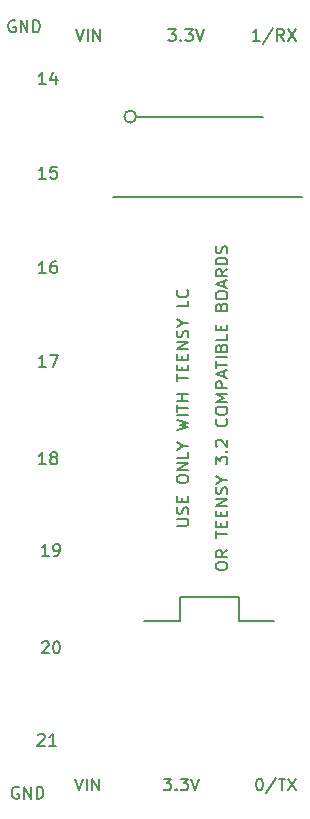
<source format=gto>
%TF.GenerationSoftware,KiCad,Pcbnew,4.0.5-e0-6337~49~ubuntu16.04.1*%
%TF.CreationDate,2017-02-14T00:46:06-08:00*%
%TF.ProjectId,4x10-Teensy-LC-Breakout,347831302D5465656E73792D4C432D42,1.0*%
%TF.FileFunction,Legend,Top*%
%FSLAX46Y46*%
G04 Gerber Fmt 4.6, Leading zero omitted, Abs format (unit mm)*
G04 Created by KiCad (PCBNEW 4.0.5-e0-6337~49~ubuntu16.04.1) date Tue Feb 14 00:46:06 2017*
%MOMM*%
%LPD*%
G01*
G04 APERTURE LIST*
%ADD10C,0.350000*%
%ADD11C,0.152400*%
%ADD12C,0.127000*%
%ADD13C,0.150000*%
%ADD14C,0.318000*%
%ADD15C,0.254000*%
%ADD16C,1.879600*%
%ADD17C,6.152400*%
G04 APERTURE END LIST*
D10*
D11*
X36189920Y-74284840D02*
X46857920Y-74284840D01*
X36127353Y-74284840D02*
G75*
G03X36127353Y-74284840I-508933J0D01*
G01*
D12*
X34124920Y-81076280D02*
X50124920Y-81076280D01*
X44824920Y-114977280D02*
X39824920Y-114977280D01*
X44824920Y-116977280D02*
X44824920Y-114977280D01*
X44824920Y-116977280D02*
X47824920Y-116977280D01*
X39824920Y-116977280D02*
X39824920Y-114977280D01*
X39824920Y-116977280D02*
X39824920Y-114977280D01*
X36824920Y-116977280D02*
X39824920Y-116977280D01*
X36824920Y-116977280D02*
X39824920Y-116977280D01*
D13*
X31029682Y-66874141D02*
X31363015Y-67874141D01*
X31696349Y-66874141D01*
X32029682Y-67874141D02*
X32029682Y-66874141D01*
X32505872Y-67874141D02*
X32505872Y-66874141D01*
X33077301Y-67874141D01*
X33077301Y-66874141D01*
X42848301Y-112420662D02*
X42848301Y-112230185D01*
X42895920Y-112134947D01*
X42991158Y-112039709D01*
X43181634Y-111992090D01*
X43514968Y-111992090D01*
X43705444Y-112039709D01*
X43800682Y-112134947D01*
X43848301Y-112230185D01*
X43848301Y-112420662D01*
X43800682Y-112515900D01*
X43705444Y-112611138D01*
X43514968Y-112658757D01*
X43181634Y-112658757D01*
X42991158Y-112611138D01*
X42895920Y-112515900D01*
X42848301Y-112420662D01*
X43848301Y-110992090D02*
X43372110Y-111325424D01*
X43848301Y-111563519D02*
X42848301Y-111563519D01*
X42848301Y-111182566D01*
X42895920Y-111087328D01*
X42943539Y-111039709D01*
X43038777Y-110992090D01*
X43181634Y-110992090D01*
X43276872Y-111039709D01*
X43324491Y-111087328D01*
X43372110Y-111182566D01*
X43372110Y-111563519D01*
X42848301Y-109944471D02*
X42848301Y-109373042D01*
X43848301Y-109658757D02*
X42848301Y-109658757D01*
X43324491Y-109039709D02*
X43324491Y-108706375D01*
X43848301Y-108563518D02*
X43848301Y-109039709D01*
X42848301Y-109039709D01*
X42848301Y-108563518D01*
X43324491Y-108134947D02*
X43324491Y-107801613D01*
X43848301Y-107658756D02*
X43848301Y-108134947D01*
X42848301Y-108134947D01*
X42848301Y-107658756D01*
X43848301Y-107230185D02*
X42848301Y-107230185D01*
X43848301Y-106658756D01*
X42848301Y-106658756D01*
X43800682Y-106230185D02*
X43848301Y-106087328D01*
X43848301Y-105849232D01*
X43800682Y-105753994D01*
X43753063Y-105706375D01*
X43657825Y-105658756D01*
X43562587Y-105658756D01*
X43467349Y-105706375D01*
X43419730Y-105753994D01*
X43372110Y-105849232D01*
X43324491Y-106039709D01*
X43276872Y-106134947D01*
X43229253Y-106182566D01*
X43134015Y-106230185D01*
X43038777Y-106230185D01*
X42943539Y-106182566D01*
X42895920Y-106134947D01*
X42848301Y-106039709D01*
X42848301Y-105801613D01*
X42895920Y-105658756D01*
X43372110Y-105039709D02*
X43848301Y-105039709D01*
X42848301Y-105373042D02*
X43372110Y-105039709D01*
X42848301Y-104706375D01*
X42848301Y-103706375D02*
X42848301Y-103087327D01*
X43229253Y-103420661D01*
X43229253Y-103277803D01*
X43276872Y-103182565D01*
X43324491Y-103134946D01*
X43419730Y-103087327D01*
X43657825Y-103087327D01*
X43753063Y-103134946D01*
X43800682Y-103182565D01*
X43848301Y-103277803D01*
X43848301Y-103563518D01*
X43800682Y-103658756D01*
X43753063Y-103706375D01*
X43753063Y-102658756D02*
X43800682Y-102611137D01*
X43848301Y-102658756D01*
X43800682Y-102706375D01*
X43753063Y-102658756D01*
X43848301Y-102658756D01*
X42943539Y-102230185D02*
X42895920Y-102182566D01*
X42848301Y-102087328D01*
X42848301Y-101849232D01*
X42895920Y-101753994D01*
X42943539Y-101706375D01*
X43038777Y-101658756D01*
X43134015Y-101658756D01*
X43276872Y-101706375D01*
X43848301Y-102277804D01*
X43848301Y-101658756D01*
X43753063Y-99896851D02*
X43800682Y-99944470D01*
X43848301Y-100087327D01*
X43848301Y-100182565D01*
X43800682Y-100325423D01*
X43705444Y-100420661D01*
X43610206Y-100468280D01*
X43419730Y-100515899D01*
X43276872Y-100515899D01*
X43086396Y-100468280D01*
X42991158Y-100420661D01*
X42895920Y-100325423D01*
X42848301Y-100182565D01*
X42848301Y-100087327D01*
X42895920Y-99944470D01*
X42943539Y-99896851D01*
X42848301Y-99277804D02*
X42848301Y-99087327D01*
X42895920Y-98992089D01*
X42991158Y-98896851D01*
X43181634Y-98849232D01*
X43514968Y-98849232D01*
X43705444Y-98896851D01*
X43800682Y-98992089D01*
X43848301Y-99087327D01*
X43848301Y-99277804D01*
X43800682Y-99373042D01*
X43705444Y-99468280D01*
X43514968Y-99515899D01*
X43181634Y-99515899D01*
X42991158Y-99468280D01*
X42895920Y-99373042D01*
X42848301Y-99277804D01*
X43848301Y-98420661D02*
X42848301Y-98420661D01*
X43562587Y-98087327D01*
X42848301Y-97753994D01*
X43848301Y-97753994D01*
X43848301Y-97277804D02*
X42848301Y-97277804D01*
X42848301Y-96896851D01*
X42895920Y-96801613D01*
X42943539Y-96753994D01*
X43038777Y-96706375D01*
X43181634Y-96706375D01*
X43276872Y-96753994D01*
X43324491Y-96801613D01*
X43372110Y-96896851D01*
X43372110Y-97277804D01*
X43562587Y-96325423D02*
X43562587Y-95849232D01*
X43848301Y-96420661D02*
X42848301Y-96087328D01*
X43848301Y-95753994D01*
X42848301Y-95563518D02*
X42848301Y-94992089D01*
X43848301Y-95277804D02*
X42848301Y-95277804D01*
X43848301Y-94658756D02*
X42848301Y-94658756D01*
X43324491Y-93849232D02*
X43372110Y-93706375D01*
X43419730Y-93658756D01*
X43514968Y-93611137D01*
X43657825Y-93611137D01*
X43753063Y-93658756D01*
X43800682Y-93706375D01*
X43848301Y-93801613D01*
X43848301Y-94182566D01*
X42848301Y-94182566D01*
X42848301Y-93849232D01*
X42895920Y-93753994D01*
X42943539Y-93706375D01*
X43038777Y-93658756D01*
X43134015Y-93658756D01*
X43229253Y-93706375D01*
X43276872Y-93753994D01*
X43324491Y-93849232D01*
X43324491Y-94182566D01*
X43848301Y-92706375D02*
X43848301Y-93182566D01*
X42848301Y-93182566D01*
X43324491Y-92373042D02*
X43324491Y-92039708D01*
X43848301Y-91896851D02*
X43848301Y-92373042D01*
X42848301Y-92373042D01*
X42848301Y-91896851D01*
X43324491Y-90373041D02*
X43372110Y-90230184D01*
X43419730Y-90182565D01*
X43514968Y-90134946D01*
X43657825Y-90134946D01*
X43753063Y-90182565D01*
X43800682Y-90230184D01*
X43848301Y-90325422D01*
X43848301Y-90706375D01*
X42848301Y-90706375D01*
X42848301Y-90373041D01*
X42895920Y-90277803D01*
X42943539Y-90230184D01*
X43038777Y-90182565D01*
X43134015Y-90182565D01*
X43229253Y-90230184D01*
X43276872Y-90277803D01*
X43324491Y-90373041D01*
X43324491Y-90706375D01*
X42848301Y-89515899D02*
X42848301Y-89325422D01*
X42895920Y-89230184D01*
X42991158Y-89134946D01*
X43181634Y-89087327D01*
X43514968Y-89087327D01*
X43705444Y-89134946D01*
X43800682Y-89230184D01*
X43848301Y-89325422D01*
X43848301Y-89515899D01*
X43800682Y-89611137D01*
X43705444Y-89706375D01*
X43514968Y-89753994D01*
X43181634Y-89753994D01*
X42991158Y-89706375D01*
X42895920Y-89611137D01*
X42848301Y-89515899D01*
X43562587Y-88706375D02*
X43562587Y-88230184D01*
X43848301Y-88801613D02*
X42848301Y-88468280D01*
X43848301Y-88134946D01*
X43848301Y-87230184D02*
X43372110Y-87563518D01*
X43848301Y-87801613D02*
X42848301Y-87801613D01*
X42848301Y-87420660D01*
X42895920Y-87325422D01*
X42943539Y-87277803D01*
X43038777Y-87230184D01*
X43181634Y-87230184D01*
X43276872Y-87277803D01*
X43324491Y-87325422D01*
X43372110Y-87420660D01*
X43372110Y-87801613D01*
X43848301Y-86801613D02*
X42848301Y-86801613D01*
X42848301Y-86563518D01*
X42895920Y-86420660D01*
X42991158Y-86325422D01*
X43086396Y-86277803D01*
X43276872Y-86230184D01*
X43419730Y-86230184D01*
X43610206Y-86277803D01*
X43705444Y-86325422D01*
X43800682Y-86420660D01*
X43848301Y-86563518D01*
X43848301Y-86801613D01*
X43800682Y-85849232D02*
X43848301Y-85706375D01*
X43848301Y-85468279D01*
X43800682Y-85373041D01*
X43753063Y-85325422D01*
X43657825Y-85277803D01*
X43562587Y-85277803D01*
X43467349Y-85325422D01*
X43419730Y-85373041D01*
X43372110Y-85468279D01*
X43324491Y-85658756D01*
X43276872Y-85753994D01*
X43229253Y-85801613D01*
X43134015Y-85849232D01*
X43038777Y-85849232D01*
X42943539Y-85801613D01*
X42895920Y-85753994D01*
X42848301Y-85658756D01*
X42848301Y-85420660D01*
X42895920Y-85277803D01*
X39546301Y-108920662D02*
X40355825Y-108920662D01*
X40451063Y-108873043D01*
X40498682Y-108825424D01*
X40546301Y-108730186D01*
X40546301Y-108539709D01*
X40498682Y-108444471D01*
X40451063Y-108396852D01*
X40355825Y-108349233D01*
X39546301Y-108349233D01*
X40498682Y-107920662D02*
X40546301Y-107777805D01*
X40546301Y-107539709D01*
X40498682Y-107444471D01*
X40451063Y-107396852D01*
X40355825Y-107349233D01*
X40260587Y-107349233D01*
X40165349Y-107396852D01*
X40117730Y-107444471D01*
X40070110Y-107539709D01*
X40022491Y-107730186D01*
X39974872Y-107825424D01*
X39927253Y-107873043D01*
X39832015Y-107920662D01*
X39736777Y-107920662D01*
X39641539Y-107873043D01*
X39593920Y-107825424D01*
X39546301Y-107730186D01*
X39546301Y-107492090D01*
X39593920Y-107349233D01*
X40022491Y-106920662D02*
X40022491Y-106587328D01*
X40546301Y-106444471D02*
X40546301Y-106920662D01*
X39546301Y-106920662D01*
X39546301Y-106444471D01*
X39546301Y-105063519D02*
X39546301Y-104873042D01*
X39593920Y-104777804D01*
X39689158Y-104682566D01*
X39879634Y-104634947D01*
X40212968Y-104634947D01*
X40403444Y-104682566D01*
X40498682Y-104777804D01*
X40546301Y-104873042D01*
X40546301Y-105063519D01*
X40498682Y-105158757D01*
X40403444Y-105253995D01*
X40212968Y-105301614D01*
X39879634Y-105301614D01*
X39689158Y-105253995D01*
X39593920Y-105158757D01*
X39546301Y-105063519D01*
X40546301Y-104206376D02*
X39546301Y-104206376D01*
X40546301Y-103634947D01*
X39546301Y-103634947D01*
X40546301Y-102682566D02*
X40546301Y-103158757D01*
X39546301Y-103158757D01*
X40070110Y-102158757D02*
X40546301Y-102158757D01*
X39546301Y-102492090D02*
X40070110Y-102158757D01*
X39546301Y-101825423D01*
X39546301Y-100825423D02*
X40546301Y-100587328D01*
X39832015Y-100396851D01*
X40546301Y-100206375D01*
X39546301Y-99968280D01*
X40546301Y-99587328D02*
X39546301Y-99587328D01*
X39546301Y-99253995D02*
X39546301Y-98682566D01*
X40546301Y-98968281D02*
X39546301Y-98968281D01*
X40546301Y-98349233D02*
X39546301Y-98349233D01*
X40022491Y-98349233D02*
X40022491Y-97777804D01*
X40546301Y-97777804D02*
X39546301Y-97777804D01*
X39546301Y-96682566D02*
X39546301Y-96111137D01*
X40546301Y-96396852D02*
X39546301Y-96396852D01*
X40022491Y-95777804D02*
X40022491Y-95444470D01*
X40546301Y-95301613D02*
X40546301Y-95777804D01*
X39546301Y-95777804D01*
X39546301Y-95301613D01*
X40022491Y-94873042D02*
X40022491Y-94539708D01*
X40546301Y-94396851D02*
X40546301Y-94873042D01*
X39546301Y-94873042D01*
X39546301Y-94396851D01*
X40546301Y-93968280D02*
X39546301Y-93968280D01*
X40546301Y-93396851D01*
X39546301Y-93396851D01*
X40498682Y-92968280D02*
X40546301Y-92825423D01*
X40546301Y-92587327D01*
X40498682Y-92492089D01*
X40451063Y-92444470D01*
X40355825Y-92396851D01*
X40260587Y-92396851D01*
X40165349Y-92444470D01*
X40117730Y-92492089D01*
X40070110Y-92587327D01*
X40022491Y-92777804D01*
X39974872Y-92873042D01*
X39927253Y-92920661D01*
X39832015Y-92968280D01*
X39736777Y-92968280D01*
X39641539Y-92920661D01*
X39593920Y-92873042D01*
X39546301Y-92777804D01*
X39546301Y-92539708D01*
X39593920Y-92396851D01*
X40070110Y-91777804D02*
X40546301Y-91777804D01*
X39546301Y-92111137D02*
X40070110Y-91777804D01*
X39546301Y-91444470D01*
X40546301Y-89873041D02*
X40546301Y-90349232D01*
X39546301Y-90349232D01*
X40451063Y-88968279D02*
X40498682Y-89015898D01*
X40546301Y-89158755D01*
X40546301Y-89253993D01*
X40498682Y-89396851D01*
X40403444Y-89492089D01*
X40308206Y-89539708D01*
X40117730Y-89587327D01*
X39974872Y-89587327D01*
X39784396Y-89539708D01*
X39689158Y-89492089D01*
X39593920Y-89396851D01*
X39546301Y-89253993D01*
X39546301Y-89158755D01*
X39593920Y-89015898D01*
X39641539Y-88968279D01*
X28474444Y-103718661D02*
X27903015Y-103718661D01*
X28188729Y-103718661D02*
X28188729Y-102718661D01*
X28093491Y-102861518D01*
X27998253Y-102956756D01*
X27903015Y-103004375D01*
X29045872Y-103147232D02*
X28950634Y-103099613D01*
X28903015Y-103051994D01*
X28855396Y-102956756D01*
X28855396Y-102909137D01*
X28903015Y-102813899D01*
X28950634Y-102766280D01*
X29045872Y-102718661D01*
X29236349Y-102718661D01*
X29331587Y-102766280D01*
X29379206Y-102813899D01*
X29426825Y-102909137D01*
X29426825Y-102956756D01*
X29379206Y-103051994D01*
X29331587Y-103099613D01*
X29236349Y-103147232D01*
X29045872Y-103147232D01*
X28950634Y-103194851D01*
X28903015Y-103242470D01*
X28855396Y-103337709D01*
X28855396Y-103528185D01*
X28903015Y-103623423D01*
X28950634Y-103671042D01*
X29045872Y-103718661D01*
X29236349Y-103718661D01*
X29331587Y-103671042D01*
X29379206Y-103623423D01*
X29426825Y-103528185D01*
X29426825Y-103337709D01*
X29379206Y-103242470D01*
X29331587Y-103194851D01*
X29236349Y-103147232D01*
X28474444Y-95468661D02*
X27903015Y-95468661D01*
X28188729Y-95468661D02*
X28188729Y-94468661D01*
X28093491Y-94611518D01*
X27998253Y-94706756D01*
X27903015Y-94754375D01*
X28807777Y-94468661D02*
X29474444Y-94468661D01*
X29045872Y-95468661D01*
X28153015Y-118813899D02*
X28200634Y-118766280D01*
X28295872Y-118718661D01*
X28533968Y-118718661D01*
X28629206Y-118766280D01*
X28676825Y-118813899D01*
X28724444Y-118909137D01*
X28724444Y-119004375D01*
X28676825Y-119147232D01*
X28105396Y-119718661D01*
X28724444Y-119718661D01*
X29343491Y-118718661D02*
X29438730Y-118718661D01*
X29533968Y-118766280D01*
X29581587Y-118813899D01*
X29629206Y-118909137D01*
X29676825Y-119099613D01*
X29676825Y-119337709D01*
X29629206Y-119528185D01*
X29581587Y-119623423D01*
X29533968Y-119671042D01*
X29438730Y-119718661D01*
X29343491Y-119718661D01*
X29248253Y-119671042D01*
X29200634Y-119623423D01*
X29153015Y-119528185D01*
X29105396Y-119337709D01*
X29105396Y-119099613D01*
X29153015Y-118909137D01*
X29200634Y-118813899D01*
X29248253Y-118766280D01*
X29343491Y-118718661D01*
X28724444Y-111468661D02*
X28153015Y-111468661D01*
X28438729Y-111468661D02*
X28438729Y-110468661D01*
X28343491Y-110611518D01*
X28248253Y-110706756D01*
X28153015Y-110754375D01*
X29200634Y-111468661D02*
X29391110Y-111468661D01*
X29486349Y-111421042D01*
X29533968Y-111373423D01*
X29629206Y-111230566D01*
X29676825Y-111040090D01*
X29676825Y-110659137D01*
X29629206Y-110563899D01*
X29581587Y-110516280D01*
X29486349Y-110468661D01*
X29295872Y-110468661D01*
X29200634Y-110516280D01*
X29153015Y-110563899D01*
X29105396Y-110659137D01*
X29105396Y-110897232D01*
X29153015Y-110992470D01*
X29200634Y-111040090D01*
X29295872Y-111087709D01*
X29486349Y-111087709D01*
X29581587Y-111040090D01*
X29629206Y-110992470D01*
X29676825Y-110897232D01*
X27808015Y-126628899D02*
X27855634Y-126581280D01*
X27950872Y-126533661D01*
X28188968Y-126533661D01*
X28284206Y-126581280D01*
X28331825Y-126628899D01*
X28379444Y-126724137D01*
X28379444Y-126819375D01*
X28331825Y-126962232D01*
X27760396Y-127533661D01*
X28379444Y-127533661D01*
X29331825Y-127533661D02*
X28760396Y-127533661D01*
X29046110Y-127533661D02*
X29046110Y-126533661D01*
X28950872Y-126676518D01*
X28855634Y-126771756D01*
X28760396Y-126819375D01*
X26163016Y-131076280D02*
X26067778Y-131028661D01*
X25924921Y-131028661D01*
X25782063Y-131076280D01*
X25686825Y-131171518D01*
X25639206Y-131266756D01*
X25591587Y-131457232D01*
X25591587Y-131600090D01*
X25639206Y-131790566D01*
X25686825Y-131885804D01*
X25782063Y-131981042D01*
X25924921Y-132028661D01*
X26020159Y-132028661D01*
X26163016Y-131981042D01*
X26210635Y-131933423D01*
X26210635Y-131600090D01*
X26020159Y-131600090D01*
X26639206Y-132028661D02*
X26639206Y-131028661D01*
X27210635Y-132028661D01*
X27210635Y-131028661D01*
X27686825Y-132028661D02*
X27686825Y-131028661D01*
X27924920Y-131028661D01*
X28067778Y-131076280D01*
X28163016Y-131171518D01*
X28210635Y-131266756D01*
X28258254Y-131457232D01*
X28258254Y-131600090D01*
X28210635Y-131790566D01*
X28163016Y-131885804D01*
X28067778Y-131981042D01*
X27924920Y-132028661D01*
X27686825Y-132028661D01*
X30929682Y-130328661D02*
X31263015Y-131328661D01*
X31596349Y-130328661D01*
X31929682Y-131328661D02*
X31929682Y-130328661D01*
X32405872Y-131328661D02*
X32405872Y-130328661D01*
X32977301Y-131328661D01*
X32977301Y-130328661D01*
X25863016Y-66176280D02*
X25767778Y-66128661D01*
X25624921Y-66128661D01*
X25482063Y-66176280D01*
X25386825Y-66271518D01*
X25339206Y-66366756D01*
X25291587Y-66557232D01*
X25291587Y-66700090D01*
X25339206Y-66890566D01*
X25386825Y-66985804D01*
X25482063Y-67081042D01*
X25624921Y-67128661D01*
X25720159Y-67128661D01*
X25863016Y-67081042D01*
X25910635Y-67033423D01*
X25910635Y-66700090D01*
X25720159Y-66700090D01*
X26339206Y-67128661D02*
X26339206Y-66128661D01*
X26910635Y-67128661D01*
X26910635Y-66128661D01*
X27386825Y-67128661D02*
X27386825Y-66128661D01*
X27624920Y-66128661D01*
X27767778Y-66176280D01*
X27863016Y-66271518D01*
X27910635Y-66366756D01*
X27958254Y-66557232D01*
X27958254Y-66700090D01*
X27910635Y-66890566D01*
X27863016Y-66985804D01*
X27767778Y-67081042D01*
X27624920Y-67128661D01*
X27386825Y-67128661D01*
X28474444Y-87528661D02*
X27903015Y-87528661D01*
X28188729Y-87528661D02*
X28188729Y-86528661D01*
X28093491Y-86671518D01*
X27998253Y-86766756D01*
X27903015Y-86814375D01*
X29331587Y-86528661D02*
X29141110Y-86528661D01*
X29045872Y-86576280D01*
X28998253Y-86623899D01*
X28903015Y-86766756D01*
X28855396Y-86957232D01*
X28855396Y-87338185D01*
X28903015Y-87433423D01*
X28950634Y-87481042D01*
X29045872Y-87528661D01*
X29236349Y-87528661D01*
X29331587Y-87481042D01*
X29379206Y-87433423D01*
X29426825Y-87338185D01*
X29426825Y-87100090D01*
X29379206Y-87004851D01*
X29331587Y-86957232D01*
X29236349Y-86909613D01*
X29045872Y-86909613D01*
X28950634Y-86957232D01*
X28903015Y-87004851D01*
X28855396Y-87100090D01*
X28474444Y-79528661D02*
X27903015Y-79528661D01*
X28188729Y-79528661D02*
X28188729Y-78528661D01*
X28093491Y-78671518D01*
X27998253Y-78766756D01*
X27903015Y-78814375D01*
X29379206Y-78528661D02*
X28903015Y-78528661D01*
X28855396Y-79004851D01*
X28903015Y-78957232D01*
X28998253Y-78909613D01*
X29236349Y-78909613D01*
X29331587Y-78957232D01*
X29379206Y-79004851D01*
X29426825Y-79100090D01*
X29426825Y-79338185D01*
X29379206Y-79433423D01*
X29331587Y-79481042D01*
X29236349Y-79528661D01*
X28998253Y-79528661D01*
X28903015Y-79481042D01*
X28855396Y-79433423D01*
X28474444Y-71528661D02*
X27903015Y-71528661D01*
X28188729Y-71528661D02*
X28188729Y-70528661D01*
X28093491Y-70671518D01*
X27998253Y-70766756D01*
X27903015Y-70814375D01*
X29331587Y-70861994D02*
X29331587Y-71528661D01*
X29093491Y-70481042D02*
X28855396Y-71195328D01*
X29474444Y-71195328D01*
X46573275Y-67874141D02*
X46001846Y-67874141D01*
X46287560Y-67874141D02*
X46287560Y-66874141D01*
X46192322Y-67016998D01*
X46097084Y-67112236D01*
X46001846Y-67159855D01*
X47716132Y-66826522D02*
X46858989Y-68112236D01*
X48620894Y-67874141D02*
X48287560Y-67397950D01*
X48049465Y-67874141D02*
X48049465Y-66874141D01*
X48430418Y-66874141D01*
X48525656Y-66921760D01*
X48573275Y-66969379D01*
X48620894Y-67064617D01*
X48620894Y-67207474D01*
X48573275Y-67302712D01*
X48525656Y-67350331D01*
X48430418Y-67397950D01*
X48049465Y-67397950D01*
X48954227Y-66874141D02*
X49620894Y-67874141D01*
X49620894Y-66874141D02*
X48954227Y-67874141D01*
X46516468Y-130328661D02*
X46611707Y-130328661D01*
X46706945Y-130376280D01*
X46754564Y-130423899D01*
X46802183Y-130519137D01*
X46849802Y-130709613D01*
X46849802Y-130947709D01*
X46802183Y-131138185D01*
X46754564Y-131233423D01*
X46706945Y-131281042D01*
X46611707Y-131328661D01*
X46516468Y-131328661D01*
X46421230Y-131281042D01*
X46373611Y-131233423D01*
X46325992Y-131138185D01*
X46278373Y-130947709D01*
X46278373Y-130709613D01*
X46325992Y-130519137D01*
X46373611Y-130423899D01*
X46421230Y-130376280D01*
X46516468Y-130328661D01*
X47992659Y-130281042D02*
X47135516Y-131566756D01*
X48183135Y-130328661D02*
X48754564Y-130328661D01*
X48468849Y-131328661D02*
X48468849Y-130328661D01*
X48992659Y-130328661D02*
X49659326Y-131328661D01*
X49659326Y-130328661D02*
X48992659Y-131328661D01*
X38848730Y-66874141D02*
X39467778Y-66874141D01*
X39134444Y-67255093D01*
X39277302Y-67255093D01*
X39372540Y-67302712D01*
X39420159Y-67350331D01*
X39467778Y-67445570D01*
X39467778Y-67683665D01*
X39420159Y-67778903D01*
X39372540Y-67826522D01*
X39277302Y-67874141D01*
X38991587Y-67874141D01*
X38896349Y-67826522D01*
X38848730Y-67778903D01*
X39896349Y-67778903D02*
X39943968Y-67826522D01*
X39896349Y-67874141D01*
X39848730Y-67826522D01*
X39896349Y-67778903D01*
X39896349Y-67874141D01*
X40277301Y-66874141D02*
X40896349Y-66874141D01*
X40563015Y-67255093D01*
X40705873Y-67255093D01*
X40801111Y-67302712D01*
X40848730Y-67350331D01*
X40896349Y-67445570D01*
X40896349Y-67683665D01*
X40848730Y-67778903D01*
X40801111Y-67826522D01*
X40705873Y-67874141D01*
X40420158Y-67874141D01*
X40324920Y-67826522D01*
X40277301Y-67778903D01*
X41182063Y-66874141D02*
X41515396Y-67874141D01*
X41848730Y-66874141D01*
X38448730Y-130328661D02*
X39067778Y-130328661D01*
X38734444Y-130709613D01*
X38877302Y-130709613D01*
X38972540Y-130757232D01*
X39020159Y-130804851D01*
X39067778Y-130900090D01*
X39067778Y-131138185D01*
X39020159Y-131233423D01*
X38972540Y-131281042D01*
X38877302Y-131328661D01*
X38591587Y-131328661D01*
X38496349Y-131281042D01*
X38448730Y-131233423D01*
X39496349Y-131233423D02*
X39543968Y-131281042D01*
X39496349Y-131328661D01*
X39448730Y-131281042D01*
X39496349Y-131233423D01*
X39496349Y-131328661D01*
X39877301Y-130328661D02*
X40496349Y-130328661D01*
X40163015Y-130709613D01*
X40305873Y-130709613D01*
X40401111Y-130757232D01*
X40448730Y-130804851D01*
X40496349Y-130900090D01*
X40496349Y-131138185D01*
X40448730Y-131233423D01*
X40401111Y-131281042D01*
X40305873Y-131328661D01*
X40020158Y-131328661D01*
X39924920Y-131281042D01*
X39877301Y-131233423D01*
X40782063Y-130328661D02*
X41115396Y-131328661D01*
X41448730Y-130328661D01*
%LPC*%
D14*
X38184909Y-76617286D02*
X38112338Y-76689857D01*
X37894624Y-76762429D01*
X37749481Y-76762429D01*
X37531766Y-76689857D01*
X37386624Y-76544714D01*
X37314052Y-76399571D01*
X37241481Y-76109286D01*
X37241481Y-75891571D01*
X37314052Y-75601286D01*
X37386624Y-75456143D01*
X37531766Y-75311000D01*
X37749481Y-75238429D01*
X37894624Y-75238429D01*
X38112338Y-75311000D01*
X38184909Y-75383571D01*
X38838052Y-76762429D02*
X38838052Y-75238429D01*
X40434623Y-76762429D02*
X39926623Y-76036714D01*
X39563766Y-76762429D02*
X39563766Y-75238429D01*
X40144338Y-75238429D01*
X40289480Y-75311000D01*
X40362052Y-75383571D01*
X40434623Y-75528714D01*
X40434623Y-75746429D01*
X40362052Y-75891571D01*
X40289480Y-75964143D01*
X40144338Y-76036714D01*
X39563766Y-76036714D01*
X41958623Y-76617286D02*
X41886052Y-76689857D01*
X41668338Y-76762429D01*
X41523195Y-76762429D01*
X41305480Y-76689857D01*
X41160338Y-76544714D01*
X41087766Y-76399571D01*
X41015195Y-76109286D01*
X41015195Y-75891571D01*
X41087766Y-75601286D01*
X41160338Y-75456143D01*
X41305480Y-75311000D01*
X41523195Y-75238429D01*
X41668338Y-75238429D01*
X41886052Y-75311000D01*
X41958623Y-75383571D01*
X42611766Y-75238429D02*
X42611766Y-76472143D01*
X42684338Y-76617286D01*
X42756909Y-76689857D01*
X42902052Y-76762429D01*
X43192338Y-76762429D01*
X43337480Y-76689857D01*
X43410052Y-76617286D01*
X43482623Y-76472143D01*
X43482623Y-75238429D01*
X44208337Y-76762429D02*
X44208337Y-75238429D01*
X44716337Y-75238429D02*
X45587194Y-75238429D01*
X45151765Y-76762429D02*
X45151765Y-75238429D01*
X46022623Y-76689857D02*
X46240337Y-76762429D01*
X46603194Y-76762429D01*
X46748337Y-76689857D01*
X46820908Y-76617286D01*
X46893480Y-76472143D01*
X46893480Y-76327000D01*
X46820908Y-76181857D01*
X46748337Y-76109286D01*
X46603194Y-76036714D01*
X46312908Y-75964143D01*
X46167766Y-75891571D01*
X46095194Y-75819000D01*
X46022623Y-75673857D01*
X46022623Y-75528714D01*
X46095194Y-75383571D01*
X46167766Y-75311000D01*
X46312908Y-75238429D01*
X46675766Y-75238429D01*
X46893480Y-75311000D01*
X37433794Y-73310206D02*
X37361223Y-73382777D01*
X37143509Y-73455349D01*
X36998366Y-73455349D01*
X36780651Y-73382777D01*
X36635509Y-73237634D01*
X36562937Y-73092491D01*
X36490366Y-72802206D01*
X36490366Y-72584491D01*
X36562937Y-72294206D01*
X36635509Y-72149063D01*
X36780651Y-72003920D01*
X36998366Y-71931349D01*
X37143509Y-71931349D01*
X37361223Y-72003920D01*
X37433794Y-72076491D01*
X38957794Y-73455349D02*
X38449794Y-72729634D01*
X38086937Y-73455349D02*
X38086937Y-71931349D01*
X38667509Y-71931349D01*
X38812651Y-72003920D01*
X38885223Y-72076491D01*
X38957794Y-72221634D01*
X38957794Y-72439349D01*
X38885223Y-72584491D01*
X38812651Y-72657063D01*
X38667509Y-72729634D01*
X38086937Y-72729634D01*
X39538366Y-73019920D02*
X40264080Y-73019920D01*
X39393223Y-73455349D02*
X39901223Y-71931349D01*
X40409223Y-73455349D01*
X40772080Y-71931349D02*
X41788080Y-71931349D01*
X40772080Y-73455349D01*
X41788080Y-73455349D01*
X42658938Y-72729634D02*
X42658938Y-73455349D01*
X42150938Y-71931349D02*
X42658938Y-72729634D01*
X43166938Y-71931349D01*
X37449034Y-73325446D02*
X37376463Y-73398017D01*
X37158749Y-73470589D01*
X37013606Y-73470589D01*
X36795891Y-73398017D01*
X36650749Y-73252874D01*
X36578177Y-73107731D01*
X36505606Y-72817446D01*
X36505606Y-72599731D01*
X36578177Y-72309446D01*
X36650749Y-72164303D01*
X36795891Y-72019160D01*
X37013606Y-71946589D01*
X37158749Y-71946589D01*
X37376463Y-72019160D01*
X37449034Y-72091731D01*
X38973034Y-73470589D02*
X38465034Y-72744874D01*
X38102177Y-73470589D02*
X38102177Y-71946589D01*
X38682749Y-71946589D01*
X38827891Y-72019160D01*
X38900463Y-72091731D01*
X38973034Y-72236874D01*
X38973034Y-72454589D01*
X38900463Y-72599731D01*
X38827891Y-72672303D01*
X38682749Y-72744874D01*
X38102177Y-72744874D01*
X39553606Y-73035160D02*
X40279320Y-73035160D01*
X39408463Y-73470589D02*
X39916463Y-71946589D01*
X40424463Y-73470589D01*
X40787320Y-71946589D02*
X41803320Y-71946589D01*
X40787320Y-73470589D01*
X41803320Y-73470589D01*
X42674178Y-72744874D02*
X42674178Y-73470589D01*
X42166178Y-71946589D02*
X42674178Y-72744874D01*
X43182178Y-71946589D01*
D11*
X47873920Y-73078340D02*
X46730920Y-74030840D01*
X46540420Y-74030840D02*
X47873920Y-73078340D01*
X47492920Y-73205340D02*
X46540420Y-74030840D01*
X46413420Y-73967340D02*
X47492920Y-73205340D01*
X47302420Y-73268840D02*
X46413420Y-73967340D01*
X46159420Y-74030840D02*
X47302420Y-73268840D01*
X46984920Y-73395840D02*
X46159420Y-74030840D01*
X46032420Y-73967340D02*
X46984920Y-73395840D01*
X46794420Y-73395840D02*
X46032420Y-73967340D01*
X46032420Y-73840340D02*
X46794420Y-73395840D01*
X46540420Y-73395840D02*
X46032420Y-73840340D01*
X45968920Y-73713340D02*
X46540420Y-73395840D01*
X46540420Y-73205340D02*
X45968920Y-73713340D01*
X46540420Y-73078340D02*
X45905420Y-73586340D01*
X46667420Y-72887840D02*
X45841920Y-73459340D01*
X46667420Y-72760840D02*
X45841920Y-73332340D01*
D15*
X44825920Y-73967340D02*
X44190920Y-73078340D01*
D11*
X46730920Y-74094340D02*
X44762420Y-74094340D01*
X48318420Y-72951340D02*
X46730920Y-74094340D01*
X46540420Y-73395840D02*
X48318420Y-72951340D01*
X46857920Y-72506840D02*
X46540420Y-73395840D01*
X45778420Y-73205340D02*
X46857920Y-72506840D01*
X44952920Y-71744840D02*
X45778420Y-73268840D01*
X45016420Y-73141840D02*
X44952920Y-71744840D01*
X43936920Y-72887840D02*
X45016420Y-73141840D01*
X44762420Y-74094340D02*
X43936920Y-72887840D01*
D15*
X45016420Y-73967340D02*
X44381420Y-73078340D01*
X45206920Y-73967340D02*
X44635420Y-73141840D01*
X45333920Y-73967340D02*
X44889420Y-73205340D01*
X45587920Y-73967340D02*
X45143420Y-73141840D01*
X45778420Y-73967340D02*
X45206920Y-72887840D01*
X45968920Y-73967340D02*
X45079920Y-72252840D01*
X45143420Y-72951340D02*
X45079920Y-72125840D01*
D16*
X49984920Y-116137280D03*
X49984920Y-113597280D03*
X49984920Y-111057280D03*
X49984920Y-108517280D03*
X49984920Y-105977280D03*
X49984920Y-103437280D03*
X49984920Y-100897280D03*
X49984920Y-98357280D03*
X49984920Y-95817280D03*
X49984920Y-93277280D03*
X49984920Y-90737280D03*
X49984920Y-88197280D03*
X49984920Y-85657280D03*
X49984920Y-83117280D03*
X34744920Y-83117280D03*
X34744920Y-90737280D03*
X34744920Y-111057280D03*
X34744920Y-95817280D03*
X34744920Y-93277280D03*
X34744920Y-113597280D03*
X34744920Y-105977280D03*
X34744920Y-116137280D03*
X34744920Y-103437280D03*
X34744920Y-100897280D03*
X34744920Y-98357280D03*
X34744920Y-108517280D03*
X34744920Y-85657280D03*
X34744920Y-88197280D03*
D17*
X24124920Y-95076280D03*
X24125920Y-103076280D03*
X24125920Y-119076280D03*
X24125920Y-87076280D03*
X24125920Y-127076280D03*
X24125920Y-111076280D03*
X24124920Y-79076280D03*
X24124920Y-71076280D03*
X24125920Y-135076280D03*
X32124920Y-135076280D03*
X40124920Y-135076280D03*
X48124920Y-135076280D03*
X40124920Y-63076280D03*
X48124920Y-63076280D03*
X24125920Y-63076280D03*
X32124920Y-63076280D03*
M02*

</source>
